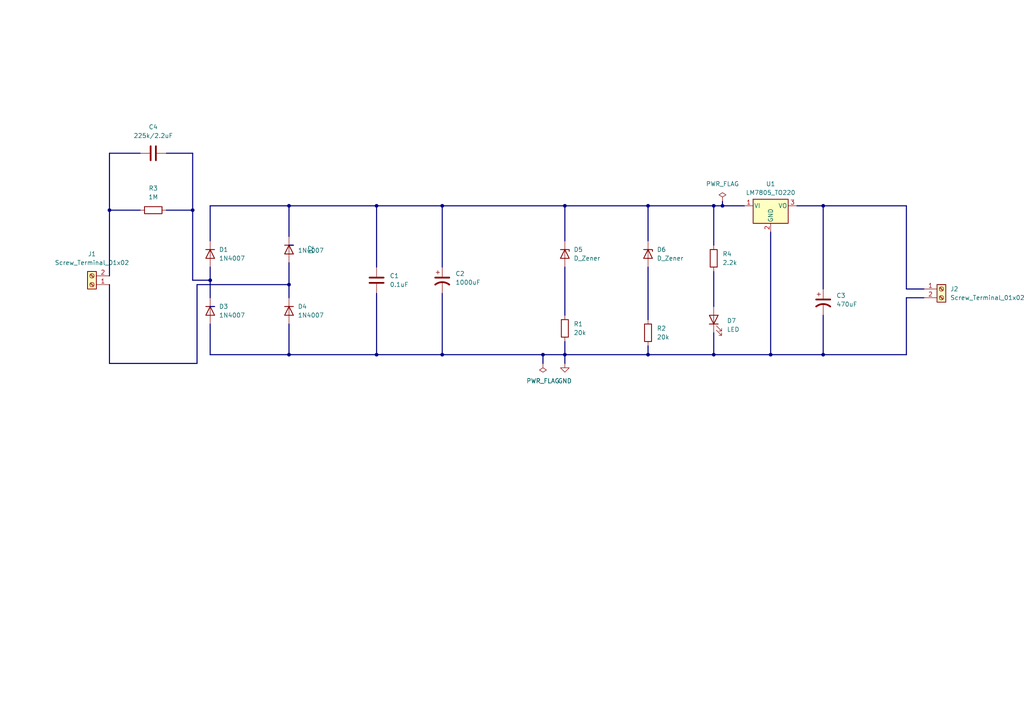
<source format=kicad_sch>
(kicad_sch
	(version 20250114)
	(generator "eeschema")
	(generator_version "9.0")
	(uuid "30d312e7-8476-4ab8-bb33-edbf73f3fe7c")
	(paper "A4")
	(title_block
		(title "Transformer power supply")
		(date "19-05-2025")
	)
	(lib_symbols
		(symbol "Connector:Screw_Terminal_01x02"
			(pin_names
				(offset 1.016)
				(hide yes)
			)
			(exclude_from_sim no)
			(in_bom yes)
			(on_board yes)
			(property "Reference" "J"
				(at 0 2.54 0)
				(effects
					(font
						(size 1.27 1.27)
					)
				)
			)
			(property "Value" "Screw_Terminal_01x02"
				(at 0 -5.08 0)
				(effects
					(font
						(size 1.27 1.27)
					)
				)
			)
			(property "Footprint" ""
				(at 0 0 0)
				(effects
					(font
						(size 1.27 1.27)
					)
					(hide yes)
				)
			)
			(property "Datasheet" "~"
				(at 0 0 0)
				(effects
					(font
						(size 1.27 1.27)
					)
					(hide yes)
				)
			)
			(property "Description" "Generic screw terminal, single row, 01x02, script generated (kicad-library-utils/schlib/autogen/connector/)"
				(at 0 0 0)
				(effects
					(font
						(size 1.27 1.27)
					)
					(hide yes)
				)
			)
			(property "ki_keywords" "screw terminal"
				(at 0 0 0)
				(effects
					(font
						(size 1.27 1.27)
					)
					(hide yes)
				)
			)
			(property "ki_fp_filters" "TerminalBlock*:*"
				(at 0 0 0)
				(effects
					(font
						(size 1.27 1.27)
					)
					(hide yes)
				)
			)
			(symbol "Screw_Terminal_01x02_1_1"
				(rectangle
					(start -1.27 1.27)
					(end 1.27 -3.81)
					(stroke
						(width 0.254)
						(type default)
					)
					(fill
						(type background)
					)
				)
				(polyline
					(pts
						(xy -0.5334 0.3302) (xy 0.3302 -0.508)
					)
					(stroke
						(width 0.1524)
						(type default)
					)
					(fill
						(type none)
					)
				)
				(polyline
					(pts
						(xy -0.5334 -2.2098) (xy 0.3302 -3.048)
					)
					(stroke
						(width 0.1524)
						(type default)
					)
					(fill
						(type none)
					)
				)
				(polyline
					(pts
						(xy -0.3556 0.508) (xy 0.508 -0.3302)
					)
					(stroke
						(width 0.1524)
						(type default)
					)
					(fill
						(type none)
					)
				)
				(polyline
					(pts
						(xy -0.3556 -2.032) (xy 0.508 -2.8702)
					)
					(stroke
						(width 0.1524)
						(type default)
					)
					(fill
						(type none)
					)
				)
				(circle
					(center 0 0)
					(radius 0.635)
					(stroke
						(width 0.1524)
						(type default)
					)
					(fill
						(type none)
					)
				)
				(circle
					(center 0 -2.54)
					(radius 0.635)
					(stroke
						(width 0.1524)
						(type default)
					)
					(fill
						(type none)
					)
				)
				(pin passive line
					(at -5.08 0 0)
					(length 3.81)
					(name "Pin_1"
						(effects
							(font
								(size 1.27 1.27)
							)
						)
					)
					(number "1"
						(effects
							(font
								(size 1.27 1.27)
							)
						)
					)
				)
				(pin passive line
					(at -5.08 -2.54 0)
					(length 3.81)
					(name "Pin_2"
						(effects
							(font
								(size 1.27 1.27)
							)
						)
					)
					(number "2"
						(effects
							(font
								(size 1.27 1.27)
							)
						)
					)
				)
			)
			(embedded_fonts no)
		)
		(symbol "Device:C"
			(pin_numbers
				(hide yes)
			)
			(pin_names
				(offset 0.254)
			)
			(exclude_from_sim no)
			(in_bom yes)
			(on_board yes)
			(property "Reference" "C"
				(at 0.635 2.54 0)
				(effects
					(font
						(size 1.27 1.27)
					)
					(justify left)
				)
			)
			(property "Value" "C"
				(at 0.635 -2.54 0)
				(effects
					(font
						(size 1.27 1.27)
					)
					(justify left)
				)
			)
			(property "Footprint" ""
				(at 0.9652 -3.81 0)
				(effects
					(font
						(size 1.27 1.27)
					)
					(hide yes)
				)
			)
			(property "Datasheet" "~"
				(at 0 0 0)
				(effects
					(font
						(size 1.27 1.27)
					)
					(hide yes)
				)
			)
			(property "Description" "Unpolarized capacitor"
				(at 0 0 0)
				(effects
					(font
						(size 1.27 1.27)
					)
					(hide yes)
				)
			)
			(property "ki_keywords" "cap capacitor"
				(at 0 0 0)
				(effects
					(font
						(size 1.27 1.27)
					)
					(hide yes)
				)
			)
			(property "ki_fp_filters" "C_*"
				(at 0 0 0)
				(effects
					(font
						(size 1.27 1.27)
					)
					(hide yes)
				)
			)
			(symbol "C_0_1"
				(polyline
					(pts
						(xy -2.032 0.762) (xy 2.032 0.762)
					)
					(stroke
						(width 0.508)
						(type default)
					)
					(fill
						(type none)
					)
				)
				(polyline
					(pts
						(xy -2.032 -0.762) (xy 2.032 -0.762)
					)
					(stroke
						(width 0.508)
						(type default)
					)
					(fill
						(type none)
					)
				)
			)
			(symbol "C_1_1"
				(pin passive line
					(at 0 3.81 270)
					(length 2.794)
					(name "~"
						(effects
							(font
								(size 1.27 1.27)
							)
						)
					)
					(number "1"
						(effects
							(font
								(size 1.27 1.27)
							)
						)
					)
				)
				(pin passive line
					(at 0 -3.81 90)
					(length 2.794)
					(name "~"
						(effects
							(font
								(size 1.27 1.27)
							)
						)
					)
					(number "2"
						(effects
							(font
								(size 1.27 1.27)
							)
						)
					)
				)
			)
			(embedded_fonts no)
		)
		(symbol "Device:C_Polarized_US"
			(pin_numbers
				(hide yes)
			)
			(pin_names
				(offset 0.254)
				(hide yes)
			)
			(exclude_from_sim no)
			(in_bom yes)
			(on_board yes)
			(property "Reference" "C"
				(at 0.635 2.54 0)
				(effects
					(font
						(size 1.27 1.27)
					)
					(justify left)
				)
			)
			(property "Value" "C_Polarized_US"
				(at 0.635 -2.54 0)
				(effects
					(font
						(size 1.27 1.27)
					)
					(justify left)
				)
			)
			(property "Footprint" ""
				(at 0 0 0)
				(effects
					(font
						(size 1.27 1.27)
					)
					(hide yes)
				)
			)
			(property "Datasheet" "~"
				(at 0 0 0)
				(effects
					(font
						(size 1.27 1.27)
					)
					(hide yes)
				)
			)
			(property "Description" "Polarized capacitor, US symbol"
				(at 0 0 0)
				(effects
					(font
						(size 1.27 1.27)
					)
					(hide yes)
				)
			)
			(property "ki_keywords" "cap capacitor"
				(at 0 0 0)
				(effects
					(font
						(size 1.27 1.27)
					)
					(hide yes)
				)
			)
			(property "ki_fp_filters" "CP_*"
				(at 0 0 0)
				(effects
					(font
						(size 1.27 1.27)
					)
					(hide yes)
				)
			)
			(symbol "C_Polarized_US_0_1"
				(polyline
					(pts
						(xy -2.032 0.762) (xy 2.032 0.762)
					)
					(stroke
						(width 0.508)
						(type default)
					)
					(fill
						(type none)
					)
				)
				(polyline
					(pts
						(xy -1.778 2.286) (xy -0.762 2.286)
					)
					(stroke
						(width 0)
						(type default)
					)
					(fill
						(type none)
					)
				)
				(polyline
					(pts
						(xy -1.27 1.778) (xy -1.27 2.794)
					)
					(stroke
						(width 0)
						(type default)
					)
					(fill
						(type none)
					)
				)
				(arc
					(start -2.032 -1.27)
					(mid 0 -0.5572)
					(end 2.032 -1.27)
					(stroke
						(width 0.508)
						(type default)
					)
					(fill
						(type none)
					)
				)
			)
			(symbol "C_Polarized_US_1_1"
				(pin passive line
					(at 0 3.81 270)
					(length 2.794)
					(name "~"
						(effects
							(font
								(size 1.27 1.27)
							)
						)
					)
					(number "1"
						(effects
							(font
								(size 1.27 1.27)
							)
						)
					)
				)
				(pin passive line
					(at 0 -3.81 90)
					(length 3.302)
					(name "~"
						(effects
							(font
								(size 1.27 1.27)
							)
						)
					)
					(number "2"
						(effects
							(font
								(size 1.27 1.27)
							)
						)
					)
				)
			)
			(embedded_fonts no)
		)
		(symbol "Device:D_Zener"
			(pin_numbers
				(hide yes)
			)
			(pin_names
				(offset 1.016)
				(hide yes)
			)
			(exclude_from_sim no)
			(in_bom yes)
			(on_board yes)
			(property "Reference" "D"
				(at 0 2.54 0)
				(effects
					(font
						(size 1.27 1.27)
					)
				)
			)
			(property "Value" "D_Zener"
				(at 0 -2.54 0)
				(effects
					(font
						(size 1.27 1.27)
					)
				)
			)
			(property "Footprint" ""
				(at 0 0 0)
				(effects
					(font
						(size 1.27 1.27)
					)
					(hide yes)
				)
			)
			(property "Datasheet" "~"
				(at 0 0 0)
				(effects
					(font
						(size 1.27 1.27)
					)
					(hide yes)
				)
			)
			(property "Description" "Zener diode"
				(at 0 0 0)
				(effects
					(font
						(size 1.27 1.27)
					)
					(hide yes)
				)
			)
			(property "ki_keywords" "diode"
				(at 0 0 0)
				(effects
					(font
						(size 1.27 1.27)
					)
					(hide yes)
				)
			)
			(property "ki_fp_filters" "TO-???* *_Diode_* *SingleDiode* D_*"
				(at 0 0 0)
				(effects
					(font
						(size 1.27 1.27)
					)
					(hide yes)
				)
			)
			(symbol "D_Zener_0_1"
				(polyline
					(pts
						(xy -1.27 -1.27) (xy -1.27 1.27) (xy -0.762 1.27)
					)
					(stroke
						(width 0.254)
						(type default)
					)
					(fill
						(type none)
					)
				)
				(polyline
					(pts
						(xy 1.27 0) (xy -1.27 0)
					)
					(stroke
						(width 0)
						(type default)
					)
					(fill
						(type none)
					)
				)
				(polyline
					(pts
						(xy 1.27 -1.27) (xy 1.27 1.27) (xy -1.27 0) (xy 1.27 -1.27)
					)
					(stroke
						(width 0.254)
						(type default)
					)
					(fill
						(type none)
					)
				)
			)
			(symbol "D_Zener_1_1"
				(pin passive line
					(at -3.81 0 0)
					(length 2.54)
					(name "K"
						(effects
							(font
								(size 1.27 1.27)
							)
						)
					)
					(number "1"
						(effects
							(font
								(size 1.27 1.27)
							)
						)
					)
				)
				(pin passive line
					(at 3.81 0 180)
					(length 2.54)
					(name "A"
						(effects
							(font
								(size 1.27 1.27)
							)
						)
					)
					(number "2"
						(effects
							(font
								(size 1.27 1.27)
							)
						)
					)
				)
			)
			(embedded_fonts no)
		)
		(symbol "Device:LED"
			(pin_numbers
				(hide yes)
			)
			(pin_names
				(offset 1.016)
				(hide yes)
			)
			(exclude_from_sim no)
			(in_bom yes)
			(on_board yes)
			(property "Reference" "D"
				(at 0 2.54 0)
				(effects
					(font
						(size 1.27 1.27)
					)
				)
			)
			(property "Value" "LED"
				(at 0 -2.54 0)
				(effects
					(font
						(size 1.27 1.27)
					)
				)
			)
			(property "Footprint" ""
				(at 0 0 0)
				(effects
					(font
						(size 1.27 1.27)
					)
					(hide yes)
				)
			)
			(property "Datasheet" "~"
				(at 0 0 0)
				(effects
					(font
						(size 1.27 1.27)
					)
					(hide yes)
				)
			)
			(property "Description" "Light emitting diode"
				(at 0 0 0)
				(effects
					(font
						(size 1.27 1.27)
					)
					(hide yes)
				)
			)
			(property "Sim.Pins" "1=K 2=A"
				(at 0 0 0)
				(effects
					(font
						(size 1.27 1.27)
					)
					(hide yes)
				)
			)
			(property "ki_keywords" "LED diode"
				(at 0 0 0)
				(effects
					(font
						(size 1.27 1.27)
					)
					(hide yes)
				)
			)
			(property "ki_fp_filters" "LED* LED_SMD:* LED_THT:*"
				(at 0 0 0)
				(effects
					(font
						(size 1.27 1.27)
					)
					(hide yes)
				)
			)
			(symbol "LED_0_1"
				(polyline
					(pts
						(xy -3.048 -0.762) (xy -4.572 -2.286) (xy -3.81 -2.286) (xy -4.572 -2.286) (xy -4.572 -1.524)
					)
					(stroke
						(width 0)
						(type default)
					)
					(fill
						(type none)
					)
				)
				(polyline
					(pts
						(xy -1.778 -0.762) (xy -3.302 -2.286) (xy -2.54 -2.286) (xy -3.302 -2.286) (xy -3.302 -1.524)
					)
					(stroke
						(width 0)
						(type default)
					)
					(fill
						(type none)
					)
				)
				(polyline
					(pts
						(xy -1.27 0) (xy 1.27 0)
					)
					(stroke
						(width 0)
						(type default)
					)
					(fill
						(type none)
					)
				)
				(polyline
					(pts
						(xy -1.27 -1.27) (xy -1.27 1.27)
					)
					(stroke
						(width 0.254)
						(type default)
					)
					(fill
						(type none)
					)
				)
				(polyline
					(pts
						(xy 1.27 -1.27) (xy 1.27 1.27) (xy -1.27 0) (xy 1.27 -1.27)
					)
					(stroke
						(width 0.254)
						(type default)
					)
					(fill
						(type none)
					)
				)
			)
			(symbol "LED_1_1"
				(pin passive line
					(at -3.81 0 0)
					(length 2.54)
					(name "K"
						(effects
							(font
								(size 1.27 1.27)
							)
						)
					)
					(number "1"
						(effects
							(font
								(size 1.27 1.27)
							)
						)
					)
				)
				(pin passive line
					(at 3.81 0 180)
					(length 2.54)
					(name "A"
						(effects
							(font
								(size 1.27 1.27)
							)
						)
					)
					(number "2"
						(effects
							(font
								(size 1.27 1.27)
							)
						)
					)
				)
			)
			(embedded_fonts no)
		)
		(symbol "Device:R"
			(pin_numbers
				(hide yes)
			)
			(pin_names
				(offset 0)
			)
			(exclude_from_sim no)
			(in_bom yes)
			(on_board yes)
			(property "Reference" "R"
				(at 2.032 0 90)
				(effects
					(font
						(size 1.27 1.27)
					)
				)
			)
			(property "Value" "R"
				(at 0 0 90)
				(effects
					(font
						(size 1.27 1.27)
					)
				)
			)
			(property "Footprint" ""
				(at -1.778 0 90)
				(effects
					(font
						(size 1.27 1.27)
					)
					(hide yes)
				)
			)
			(property "Datasheet" "~"
				(at 0 0 0)
				(effects
					(font
						(size 1.27 1.27)
					)
					(hide yes)
				)
			)
			(property "Description" "Resistor"
				(at 0 0 0)
				(effects
					(font
						(size 1.27 1.27)
					)
					(hide yes)
				)
			)
			(property "ki_keywords" "R res resistor"
				(at 0 0 0)
				(effects
					(font
						(size 1.27 1.27)
					)
					(hide yes)
				)
			)
			(property "ki_fp_filters" "R_*"
				(at 0 0 0)
				(effects
					(font
						(size 1.27 1.27)
					)
					(hide yes)
				)
			)
			(symbol "R_0_1"
				(rectangle
					(start -1.016 -2.54)
					(end 1.016 2.54)
					(stroke
						(width 0.254)
						(type default)
					)
					(fill
						(type none)
					)
				)
			)
			(symbol "R_1_1"
				(pin passive line
					(at 0 3.81 270)
					(length 1.27)
					(name "~"
						(effects
							(font
								(size 1.27 1.27)
							)
						)
					)
					(number "1"
						(effects
							(font
								(size 1.27 1.27)
							)
						)
					)
				)
				(pin passive line
					(at 0 -3.81 90)
					(length 1.27)
					(name "~"
						(effects
							(font
								(size 1.27 1.27)
							)
						)
					)
					(number "2"
						(effects
							(font
								(size 1.27 1.27)
							)
						)
					)
				)
			)
			(embedded_fonts no)
		)
		(symbol "Diode:1N4007"
			(pin_numbers
				(hide yes)
			)
			(pin_names
				(hide yes)
			)
			(exclude_from_sim no)
			(in_bom yes)
			(on_board yes)
			(property "Reference" "D"
				(at 0 2.54 0)
				(effects
					(font
						(size 1.27 1.27)
					)
				)
			)
			(property "Value" "1N4007"
				(at 0 -2.54 0)
				(effects
					(font
						(size 1.27 1.27)
					)
				)
			)
			(property "Footprint" "Diode_THT:D_DO-41_SOD81_P10.16mm_Horizontal"
				(at 0 -4.445 0)
				(effects
					(font
						(size 1.27 1.27)
					)
					(hide yes)
				)
			)
			(property "Datasheet" "http://www.vishay.com/docs/88503/1n4001.pdf"
				(at 0 0 0)
				(effects
					(font
						(size 1.27 1.27)
					)
					(hide yes)
				)
			)
			(property "Description" "1000V 1A General Purpose Rectifier Diode, DO-41"
				(at 0 0 0)
				(effects
					(font
						(size 1.27 1.27)
					)
					(hide yes)
				)
			)
			(property "Sim.Device" "D"
				(at 0 0 0)
				(effects
					(font
						(size 1.27 1.27)
					)
					(hide yes)
				)
			)
			(property "Sim.Pins" "1=K 2=A"
				(at 0 0 0)
				(effects
					(font
						(size 1.27 1.27)
					)
					(hide yes)
				)
			)
			(property "ki_keywords" "diode"
				(at 0 0 0)
				(effects
					(font
						(size 1.27 1.27)
					)
					(hide yes)
				)
			)
			(property "ki_fp_filters" "D*DO?41*"
				(at 0 0 0)
				(effects
					(font
						(size 1.27 1.27)
					)
					(hide yes)
				)
			)
			(symbol "1N4007_0_1"
				(polyline
					(pts
						(xy -1.27 1.27) (xy -1.27 -1.27)
					)
					(stroke
						(width 0.254)
						(type default)
					)
					(fill
						(type none)
					)
				)
				(polyline
					(pts
						(xy 1.27 1.27) (xy 1.27 -1.27) (xy -1.27 0) (xy 1.27 1.27)
					)
					(stroke
						(width 0.254)
						(type default)
					)
					(fill
						(type none)
					)
				)
				(polyline
					(pts
						(xy 1.27 0) (xy -1.27 0)
					)
					(stroke
						(width 0)
						(type default)
					)
					(fill
						(type none)
					)
				)
			)
			(symbol "1N4007_1_1"
				(pin passive line
					(at -3.81 0 0)
					(length 2.54)
					(name "K"
						(effects
							(font
								(size 1.27 1.27)
							)
						)
					)
					(number "1"
						(effects
							(font
								(size 1.27 1.27)
							)
						)
					)
				)
				(pin passive line
					(at 3.81 0 180)
					(length 2.54)
					(name "A"
						(effects
							(font
								(size 1.27 1.27)
							)
						)
					)
					(number "2"
						(effects
							(font
								(size 1.27 1.27)
							)
						)
					)
				)
			)
			(embedded_fonts no)
		)
		(symbol "Regulator_Linear:LM7805_TO220"
			(pin_names
				(offset 0.254)
			)
			(exclude_from_sim no)
			(in_bom yes)
			(on_board yes)
			(property "Reference" "U"
				(at -3.81 3.175 0)
				(effects
					(font
						(size 1.27 1.27)
					)
				)
			)
			(property "Value" "LM7805_TO220"
				(at 0 3.175 0)
				(effects
					(font
						(size 1.27 1.27)
					)
					(justify left)
				)
			)
			(property "Footprint" "Package_TO_SOT_THT:TO-220-3_Vertical"
				(at 0 5.715 0)
				(effects
					(font
						(size 1.27 1.27)
						(italic yes)
					)
					(hide yes)
				)
			)
			(property "Datasheet" "https://www.onsemi.cn/PowerSolutions/document/MC7800-D.PDF"
				(at 0 -1.27 0)
				(effects
					(font
						(size 1.27 1.27)
					)
					(hide yes)
				)
			)
			(property "Description" "Positive 1A 35V Linear Regulator, Fixed Output 5V, TO-220"
				(at 0 0 0)
				(effects
					(font
						(size 1.27 1.27)
					)
					(hide yes)
				)
			)
			(property "ki_keywords" "Voltage Regulator 1A Positive"
				(at 0 0 0)
				(effects
					(font
						(size 1.27 1.27)
					)
					(hide yes)
				)
			)
			(property "ki_fp_filters" "TO?220*"
				(at 0 0 0)
				(effects
					(font
						(size 1.27 1.27)
					)
					(hide yes)
				)
			)
			(symbol "LM7805_TO220_0_1"
				(rectangle
					(start -5.08 1.905)
					(end 5.08 -5.08)
					(stroke
						(width 0.254)
						(type default)
					)
					(fill
						(type background)
					)
				)
			)
			(symbol "LM7805_TO220_1_1"
				(pin power_in line
					(at -7.62 0 0)
					(length 2.54)
					(name "VI"
						(effects
							(font
								(size 1.27 1.27)
							)
						)
					)
					(number "1"
						(effects
							(font
								(size 1.27 1.27)
							)
						)
					)
				)
				(pin power_in line
					(at 0 -7.62 90)
					(length 2.54)
					(name "GND"
						(effects
							(font
								(size 1.27 1.27)
							)
						)
					)
					(number "2"
						(effects
							(font
								(size 1.27 1.27)
							)
						)
					)
				)
				(pin power_out line
					(at 7.62 0 180)
					(length 2.54)
					(name "VO"
						(effects
							(font
								(size 1.27 1.27)
							)
						)
					)
					(number "3"
						(effects
							(font
								(size 1.27 1.27)
							)
						)
					)
				)
			)
			(embedded_fonts no)
		)
		(symbol "power:GND"
			(power)
			(pin_numbers
				(hide yes)
			)
			(pin_names
				(offset 0)
				(hide yes)
			)
			(exclude_from_sim no)
			(in_bom yes)
			(on_board yes)
			(property "Reference" "#PWR"
				(at 0 -6.35 0)
				(effects
					(font
						(size 1.27 1.27)
					)
					(hide yes)
				)
			)
			(property "Value" "GND"
				(at 0 -3.81 0)
				(effects
					(font
						(size 1.27 1.27)
					)
				)
			)
			(property "Footprint" ""
				(at 0 0 0)
				(effects
					(font
						(size 1.27 1.27)
					)
					(hide yes)
				)
			)
			(property "Datasheet" ""
				(at 0 0 0)
				(effects
					(font
						(size 1.27 1.27)
					)
					(hide yes)
				)
			)
			(property "Description" "Power symbol creates a global label with name \"GND\" , ground"
				(at 0 0 0)
				(effects
					(font
						(size 1.27 1.27)
					)
					(hide yes)
				)
			)
			(property "ki_keywords" "global power"
				(at 0 0 0)
				(effects
					(font
						(size 1.27 1.27)
					)
					(hide yes)
				)
			)
			(symbol "GND_0_1"
				(polyline
					(pts
						(xy 0 0) (xy 0 -1.27) (xy 1.27 -1.27) (xy 0 -2.54) (xy -1.27 -1.27) (xy 0 -1.27)
					)
					(stroke
						(width 0)
						(type default)
					)
					(fill
						(type none)
					)
				)
			)
			(symbol "GND_1_1"
				(pin power_in line
					(at 0 0 270)
					(length 0)
					(name "~"
						(effects
							(font
								(size 1.27 1.27)
							)
						)
					)
					(number "1"
						(effects
							(font
								(size 1.27 1.27)
							)
						)
					)
				)
			)
			(embedded_fonts no)
		)
		(symbol "power:PWR_FLAG"
			(power)
			(pin_numbers
				(hide yes)
			)
			(pin_names
				(offset 0)
				(hide yes)
			)
			(exclude_from_sim no)
			(in_bom yes)
			(on_board yes)
			(property "Reference" "#FLG"
				(at 0 1.905 0)
				(effects
					(font
						(size 1.27 1.27)
					)
					(hide yes)
				)
			)
			(property "Value" "PWR_FLAG"
				(at 0 3.81 0)
				(effects
					(font
						(size 1.27 1.27)
					)
				)
			)
			(property "Footprint" ""
				(at 0 0 0)
				(effects
					(font
						(size 1.27 1.27)
					)
					(hide yes)
				)
			)
			(property "Datasheet" "~"
				(at 0 0 0)
				(effects
					(font
						(size 1.27 1.27)
					)
					(hide yes)
				)
			)
			(property "Description" "Special symbol for telling ERC where power comes from"
				(at 0 0 0)
				(effects
					(font
						(size 1.27 1.27)
					)
					(hide yes)
				)
			)
			(property "ki_keywords" "flag power"
				(at 0 0 0)
				(effects
					(font
						(size 1.27 1.27)
					)
					(hide yes)
				)
			)
			(symbol "PWR_FLAG_0_0"
				(pin power_out line
					(at 0 0 90)
					(length 0)
					(name "~"
						(effects
							(font
								(size 1.27 1.27)
							)
						)
					)
					(number "1"
						(effects
							(font
								(size 1.27 1.27)
							)
						)
					)
				)
			)
			(symbol "PWR_FLAG_0_1"
				(polyline
					(pts
						(xy 0 0) (xy 0 1.27) (xy -1.016 1.905) (xy 0 2.54) (xy 1.016 1.905) (xy 0 1.27)
					)
					(stroke
						(width 0)
						(type default)
					)
					(fill
						(type none)
					)
				)
			)
			(embedded_fonts no)
		)
	)
	(junction
		(at 163.83 102.87)
		(diameter 0)
		(color 0 0 0 0)
		(uuid "0709e1c8-4beb-466b-9e34-6e512086fff7")
	)
	(junction
		(at 128.27 59.69)
		(diameter 0)
		(color 0 0 0 0)
		(uuid "0df62e5b-678b-4a08-8675-72c8b9426ff5")
	)
	(junction
		(at 60.96 81.28)
		(diameter 0)
		(color 0 0 0 0)
		(uuid "19e49a6b-cda4-4e87-a10c-95134ce51d2c")
	)
	(junction
		(at 187.96 102.87)
		(diameter 0)
		(color 0 0 0 0)
		(uuid "2af56230-4d83-46b8-868d-10b4ed880976")
	)
	(junction
		(at 187.96 59.69)
		(diameter 0)
		(color 0 0 0 0)
		(uuid "32b2e05a-0a29-4436-b915-ca3d58c8ebc0")
	)
	(junction
		(at 163.83 59.69)
		(diameter 0)
		(color 0 0 0 0)
		(uuid "38c0fdcc-8742-4f79-b70b-f7d349b4f172")
	)
	(junction
		(at 83.82 59.69)
		(diameter 0)
		(color 0 0 0 0)
		(uuid "3adc3411-49ec-47ae-84d3-18d89a6ecd3d")
	)
	(junction
		(at 83.82 102.87)
		(diameter 0)
		(color 0 0 0 0)
		(uuid "483780df-b56b-4db8-916d-8fa6145042c1")
	)
	(junction
		(at 157.48 102.87)
		(diameter 0)
		(color 0 0 0 0)
		(uuid "4aaf67ff-6c52-4f00-8260-37b3152990d9")
	)
	(junction
		(at 209.55 59.69)
		(diameter 0)
		(color 0 0 0 0)
		(uuid "4d9332b9-3057-4c74-89c2-51a6af1f4517")
	)
	(junction
		(at 238.76 102.87)
		(diameter 0)
		(color 0 0 0 0)
		(uuid "589ad0c1-d7b2-4653-a36e-daba14ec265f")
	)
	(junction
		(at 223.52 102.87)
		(diameter 0)
		(color 0 0 0 0)
		(uuid "748b7dde-621b-4867-9a8f-3294e63e6720")
	)
	(junction
		(at 109.22 59.69)
		(diameter 0)
		(color 0 0 0 0)
		(uuid "8a0c99d0-04d2-41cd-ad8b-381a0c047ef3")
	)
	(junction
		(at 83.82 82.55)
		(diameter 0)
		(color 0 0 0 0)
		(uuid "8c22ca57-04a8-4509-8250-32afcdf5c1ac")
	)
	(junction
		(at 31.75 60.96)
		(diameter 0)
		(color 0 0 0 0)
		(uuid "8dd9ac5d-daca-47c5-9e0e-965e671a296c")
	)
	(junction
		(at 55.88 60.96)
		(diameter 0)
		(color 0 0 0 0)
		(uuid "9d19ecd0-9f51-43bf-bb6f-d0184053bd9c")
	)
	(junction
		(at 207.01 59.69)
		(diameter 0)
		(color 0 0 0 0)
		(uuid "a385a9bd-b705-4ce1-8f5e-0a947ce556ee")
	)
	(junction
		(at 128.27 102.87)
		(diameter 0)
		(color 0 0 0 0)
		(uuid "c2f840d3-8b6a-4dcd-8d61-dacd4bd35679")
	)
	(junction
		(at 207.01 102.87)
		(diameter 0)
		(color 0 0 0 0)
		(uuid "dab2ab28-0d21-4c59-867d-50bb63f884fe")
	)
	(junction
		(at 238.76 59.69)
		(diameter 0)
		(color 0 0 0 0)
		(uuid "f045ffd5-8439-4622-a81d-109c4a0494ea")
	)
	(junction
		(at 109.22 102.87)
		(diameter 0)
		(color 0 0 0 0)
		(uuid "f4938f40-96d7-4bb3-8957-ecf25b1653d8")
	)
	(bus
		(pts
			(xy 83.82 102.87) (xy 109.22 102.87)
		)
		(stroke
			(width 0)
			(type default)
		)
		(uuid "002d3bc3-7820-4ac3-96a3-585709ea5dbe")
	)
	(bus
		(pts
			(xy 109.22 102.87) (xy 128.27 102.87)
		)
		(stroke
			(width 0)
			(type default)
		)
		(uuid "01ed5573-8d3a-43fd-8753-b81eca01a14a")
	)
	(bus
		(pts
			(xy 60.96 102.87) (xy 83.82 102.87)
		)
		(stroke
			(width 0)
			(type default)
		)
		(uuid "05fcfb54-dbc5-4b30-ac49-60ffdaccbf3c")
	)
	(bus
		(pts
			(xy 109.22 85.09) (xy 109.22 102.87)
		)
		(stroke
			(width 0)
			(type default)
		)
		(uuid "0c303c44-8d7a-421a-945e-287e0702333d")
	)
	(bus
		(pts
			(xy 60.96 59.69) (xy 83.82 59.69)
		)
		(stroke
			(width 0)
			(type default)
		)
		(uuid "15a4acdb-670d-4c71-bc10-50394e78a725")
	)
	(bus
		(pts
			(xy 48.26 60.96) (xy 55.88 60.96)
		)
		(stroke
			(width 0)
			(type default)
		)
		(uuid "15f0e9d0-a66c-4c7a-8dd4-93df65d54786")
	)
	(bus
		(pts
			(xy 60.96 88.9) (xy 62.23 88.9)
		)
		(stroke
			(width 0)
			(type default)
		)
		(uuid "19e2cd88-c50d-4f0e-8637-b2f4554af8ea")
	)
	(bus
		(pts
			(xy 262.89 59.69) (xy 262.89 83.82)
		)
		(stroke
			(width 0)
			(type default)
		)
		(uuid "1f5bb13a-3043-4b8c-bd5d-eef5d41d8f89")
	)
	(bus
		(pts
			(xy 209.55 59.69) (xy 215.9 59.69)
		)
		(stroke
			(width 0)
			(type default)
		)
		(uuid "22d1f0a7-a0ca-4e8f-8fb6-ed423beda703")
	)
	(bus
		(pts
			(xy 231.14 59.69) (xy 238.76 59.69)
		)
		(stroke
			(width 0)
			(type default)
		)
		(uuid "23249717-c9ee-448a-a361-0481602c1d77")
	)
	(bus
		(pts
			(xy 207.01 96.52) (xy 207.01 102.87)
		)
		(stroke
			(width 0)
			(type default)
		)
		(uuid "24e3e73f-3a8c-4874-9cfb-6acb8344901d")
	)
	(bus
		(pts
			(xy 31.75 80.01) (xy 31.75 60.96)
		)
		(stroke
			(width 0)
			(type default)
		)
		(uuid "2a31fdd5-420d-4bdc-ae0d-d82073d12063")
	)
	(bus
		(pts
			(xy 238.76 91.44) (xy 238.76 102.87)
		)
		(stroke
			(width 0)
			(type default)
		)
		(uuid "2a5eb99c-ddba-4446-a28e-0d4bda8907d8")
	)
	(bus
		(pts
			(xy 128.27 59.69) (xy 163.83 59.69)
		)
		(stroke
			(width 0)
			(type default)
		)
		(uuid "2a5fcd50-c1ef-4e98-b864-6b940a104e14")
	)
	(bus
		(pts
			(xy 187.96 59.69) (xy 207.01 59.69)
		)
		(stroke
			(width 0)
			(type default)
		)
		(uuid "2f5cd113-0ecf-41ae-baa0-17b0aaf49db6")
	)
	(bus
		(pts
			(xy 109.22 59.69) (xy 128.27 59.69)
		)
		(stroke
			(width 0)
			(type default)
		)
		(uuid "31121c7d-bbe5-42e5-935d-d916a7ddc57b")
	)
	(bus
		(pts
			(xy 207.01 71.12) (xy 207.01 59.69)
		)
		(stroke
			(width 0)
			(type default)
		)
		(uuid "327ca940-748c-4278-8e94-82b82671f630")
	)
	(bus
		(pts
			(xy 207.01 59.69) (xy 209.55 59.69)
		)
		(stroke
			(width 0)
			(type default)
		)
		(uuid "32a75e84-999c-4ec8-bcb3-1b98e133cb41")
	)
	(bus
		(pts
			(xy 109.22 59.69) (xy 109.22 77.47)
		)
		(stroke
			(width 0)
			(type default)
		)
		(uuid "398077f3-35f9-4cf7-a717-1ac227f9edcd")
	)
	(bus
		(pts
			(xy 60.96 93.98) (xy 60.96 102.87)
		)
		(stroke
			(width 0)
			(type default)
		)
		(uuid "3a157692-5337-4142-ac87-d6b150b39954")
	)
	(bus
		(pts
			(xy 128.27 85.09) (xy 128.27 102.87)
		)
		(stroke
			(width 0)
			(type default)
		)
		(uuid "3a174c00-7d93-47ca-9e8f-670c90dd7d4f")
	)
	(bus
		(pts
			(xy 83.82 71.12) (xy 85.09 71.12)
		)
		(stroke
			(width 0)
			(type default)
		)
		(uuid "3ec71f2a-8ff9-4733-a240-9a40d713db95")
	)
	(bus
		(pts
			(xy 187.96 100.33) (xy 187.96 102.87)
		)
		(stroke
			(width 0)
			(type default)
		)
		(uuid "436dad6e-2996-4a36-a8a0-e6922e7e2c4a")
	)
	(bus
		(pts
			(xy 60.96 81.28) (xy 60.96 86.36)
		)
		(stroke
			(width 0)
			(type default)
		)
		(uuid "4412bd5b-52de-4c81-974a-8c28947459a6")
	)
	(bus
		(pts
			(xy 209.55 58.42) (xy 209.55 59.69)
		)
		(stroke
			(width 0)
			(type default)
		)
		(uuid "47de336a-df94-46c5-a963-d36d03ab4f18")
	)
	(bus
		(pts
			(xy 262.89 86.36) (xy 262.89 102.87)
		)
		(stroke
			(width 0)
			(type default)
		)
		(uuid "4a8a613c-413c-4d0a-ac1e-8a86551355c1")
	)
	(bus
		(pts
			(xy 31.75 44.45) (xy 40.64 44.45)
		)
		(stroke
			(width 0)
			(type default)
		)
		(uuid "4dde8125-784d-4a49-b045-7cd33cd7a944")
	)
	(bus
		(pts
			(xy 187.96 59.69) (xy 187.96 69.85)
		)
		(stroke
			(width 0)
			(type default)
		)
		(uuid "58fc0a60-3a57-4d5a-ba68-6e352b60ef3e")
	)
	(bus
		(pts
			(xy 163.83 105.41) (xy 163.83 102.87)
		)
		(stroke
			(width 0)
			(type default)
		)
		(uuid "6148c6d9-7a7e-4ff3-bd71-a13f35fdd61e")
	)
	(bus
		(pts
			(xy 163.83 77.47) (xy 163.83 91.44)
		)
		(stroke
			(width 0)
			(type default)
		)
		(uuid "68207e50-f66c-476b-a750-d0f70bf09dbb")
	)
	(bus
		(pts
			(xy 60.96 77.47) (xy 60.96 81.28)
		)
		(stroke
			(width 0)
			(type default)
		)
		(uuid "6be4562a-c90f-40bd-9237-54bff19494b4")
	)
	(bus
		(pts
			(xy 55.88 81.28) (xy 60.96 81.28)
		)
		(stroke
			(width 0)
			(type default)
		)
		(uuid "6c421870-50ae-4963-b621-49ac72d0c78e")
	)
	(bus
		(pts
			(xy 83.82 76.2) (xy 83.82 82.55)
		)
		(stroke
			(width 0)
			(type default)
		)
		(uuid "6db7224f-43c4-415f-81d3-911ee78b8d3a")
	)
	(bus
		(pts
			(xy 163.83 69.85) (xy 163.83 59.69)
		)
		(stroke
			(width 0)
			(type default)
		)
		(uuid "72a62ce4-be20-4f33-98e9-97f688b91c8d")
	)
	(bus
		(pts
			(xy 223.52 102.87) (xy 238.76 102.87)
		)
		(stroke
			(width 0)
			(type default)
		)
		(uuid "74777679-0f62-4149-806b-d8b8a3944f71")
	)
	(bus
		(pts
			(xy 238.76 102.87) (xy 262.89 102.87)
		)
		(stroke
			(width 0)
			(type default)
		)
		(uuid "770fcdb6-2504-49a5-b3f0-bf94ddbf5120")
	)
	(bus
		(pts
			(xy 60.96 69.85) (xy 60.96 59.69)
		)
		(stroke
			(width 0)
			(type default)
		)
		(uuid "7d62591e-aeb3-44ea-ae0a-0804137ad333")
	)
	(bus
		(pts
			(xy 48.26 44.45) (xy 55.88 44.45)
		)
		(stroke
			(width 0)
			(type default)
		)
		(uuid "8248e5f2-6380-4ff2-884c-5e060dfbe5a6")
	)
	(bus
		(pts
			(xy 207.01 102.87) (xy 223.52 102.87)
		)
		(stroke
			(width 0)
			(type default)
		)
		(uuid "851b32c9-5410-4391-b55b-3c4b310a76be")
	)
	(bus
		(pts
			(xy 57.15 105.41) (xy 57.15 82.55)
		)
		(stroke
			(width 0)
			(type default)
		)
		(uuid "87c95169-b44a-4cc2-ac50-355bdac53767")
	)
	(bus
		(pts
			(xy 83.82 82.55) (xy 83.82 86.36)
		)
		(stroke
			(width 0)
			(type default)
		)
		(uuid "8d63acd6-9cec-41e1-83ab-fa0d929feb6c")
	)
	(bus
		(pts
			(xy 157.48 102.87) (xy 157.48 105.41)
		)
		(stroke
			(width 0)
			(type default)
		)
		(uuid "8f0ee05e-bc93-4f67-a08c-0649cee34d03")
	)
	(bus
		(pts
			(xy 163.83 59.69) (xy 187.96 59.69)
		)
		(stroke
			(width 0)
			(type default)
		)
		(uuid "915ee540-4823-47e3-8a61-56e3e7322cae")
	)
	(bus
		(pts
			(xy 187.96 102.87) (xy 207.01 102.87)
		)
		(stroke
			(width 0)
			(type default)
		)
		(uuid "9360ab7c-31f5-4f27-953c-b51e9175290f")
	)
	(bus
		(pts
			(xy 83.82 59.69) (xy 83.82 68.58)
		)
		(stroke
			(width 0)
			(type default)
		)
		(uuid "992e8f71-78ed-4f5e-8058-717867752465")
	)
	(bus
		(pts
			(xy 31.75 105.41) (xy 57.15 105.41)
		)
		(stroke
			(width 0)
			(type default)
		)
		(uuid "99b4ed30-bbcd-4766-9279-259331cd7a34")
	)
	(bus
		(pts
			(xy 163.83 102.87) (xy 187.96 102.87)
		)
		(stroke
			(width 0)
			(type default)
		)
		(uuid "99f8306c-7481-4be9-b44a-322ddd6e73bd")
	)
	(bus
		(pts
			(xy 262.89 83.82) (xy 267.97 83.82)
		)
		(stroke
			(width 0)
			(type default)
		)
		(uuid "9d643c49-62d3-496b-9afb-b03b214bdd22")
	)
	(bus
		(pts
			(xy 207.01 78.74) (xy 207.01 88.9)
		)
		(stroke
			(width 0)
			(type default)
		)
		(uuid "9facaca0-e9af-4e80-9dee-50ef7b13fdf0")
	)
	(bus
		(pts
			(xy 83.82 59.69) (xy 109.22 59.69)
		)
		(stroke
			(width 0)
			(type default)
		)
		(uuid "a9927785-72c8-4d74-a83f-5245ba25b444")
	)
	(bus
		(pts
			(xy 267.97 86.36) (xy 262.89 86.36)
		)
		(stroke
			(width 0)
			(type default)
		)
		(uuid "ae0b6d0e-77c5-44a4-96a9-a144ccd3947d")
	)
	(bus
		(pts
			(xy 187.96 77.47) (xy 187.96 92.71)
		)
		(stroke
			(width 0)
			(type default)
		)
		(uuid "b12a635c-0401-403b-baff-d8969576ba51")
	)
	(bus
		(pts
			(xy 238.76 59.69) (xy 262.89 59.69)
		)
		(stroke
			(width 0)
			(type default)
		)
		(uuid "b6daa23c-e201-42eb-943d-5dbbd2e5765b")
	)
	(bus
		(pts
			(xy 55.88 60.96) (xy 55.88 81.28)
		)
		(stroke
			(width 0)
			(type default)
		)
		(uuid "b8a15b7b-f9ac-48d4-80ad-cc71542c6fae")
	)
	(bus
		(pts
			(xy 128.27 102.87) (xy 157.48 102.87)
		)
		(stroke
			(width 0)
			(type default)
		)
		(uuid "c86f5e5f-ce7d-4c34-b671-36f2dd3bc3cc")
	)
	(bus
		(pts
			(xy 163.83 99.06) (xy 163.83 102.87)
		)
		(stroke
			(width 0)
			(type default)
		)
		(uuid "cb419264-ab57-4783-893c-b9b8d674367c")
	)
	(bus
		(pts
			(xy 57.15 82.55) (xy 83.82 82.55)
		)
		(stroke
			(width 0)
			(type default)
		)
		(uuid "d03bd272-0639-4dce-89f1-7fe832c4dae2")
	)
	(bus
		(pts
			(xy 157.48 102.87) (xy 163.83 102.87)
		)
		(stroke
			(width 0)
			(type default)
		)
		(uuid "df08aac5-2bf6-43d7-a2b1-7967eeda7e62")
	)
	(bus
		(pts
			(xy 31.75 60.96) (xy 40.64 60.96)
		)
		(stroke
			(width 0)
			(type default)
		)
		(uuid "e05230b4-b8b7-4a3b-aff8-f207d0077bc7")
	)
	(bus
		(pts
			(xy 128.27 59.69) (xy 128.27 77.47)
		)
		(stroke
			(width 0)
			(type default)
		)
		(uuid "e127d476-30bc-4051-90ef-3b34405d899d")
	)
	(bus
		(pts
			(xy 223.52 67.31) (xy 223.52 102.87)
		)
		(stroke
			(width 0)
			(type default)
		)
		(uuid "e3992c37-f6ed-4abc-a1f3-f620b945d537")
	)
	(bus
		(pts
			(xy 31.75 60.96) (xy 31.75 44.45)
		)
		(stroke
			(width 0)
			(type default)
		)
		(uuid "e6c6aa1e-5d37-44c0-83cc-2efb2c7f2f35")
	)
	(bus
		(pts
			(xy 55.88 44.45) (xy 55.88 60.96)
		)
		(stroke
			(width 0)
			(type default)
		)
		(uuid "ec4892be-1d38-42de-85ef-d55db4e92440")
	)
	(bus
		(pts
			(xy 31.75 82.55) (xy 31.75 105.41)
		)
		(stroke
			(width 0)
			(type default)
		)
		(uuid "f68a8520-27df-4dd9-a032-0f7427e7dfc4")
	)
	(bus
		(pts
			(xy 83.82 93.98) (xy 83.82 102.87)
		)
		(stroke
			(width 0)
			(type default)
		)
		(uuid "f8d8cba7-3ae7-4c88-87b7-0fce40132d49")
	)
	(bus
		(pts
			(xy 238.76 59.69) (xy 238.76 83.82)
		)
		(stroke
			(width 0)
			(type default)
		)
		(uuid "f91908dd-036b-427d-b737-d327220c2f23")
	)
	(symbol
		(lib_id "Device:R")
		(at 207.01 74.93 0)
		(unit 1)
		(exclude_from_sim no)
		(in_bom yes)
		(on_board yes)
		(dnp no)
		(fields_autoplaced yes)
		(uuid "1e4447a8-40eb-4b02-bd85-52336b5de200")
		(property "Reference" "R4"
			(at 209.55 73.6599 0)
			(effects
				(font
					(size 1.27 1.27)
				)
				(justify left)
			)
		)
		(property "Value" "2.2k"
			(at 209.55 76.1999 0)
			(effects
				(font
					(size 1.27 1.27)
				)
				(justify left)
			)
		)
		(property "Footprint" "Resistor_THT:R_Axial_DIN0207_L6.3mm_D2.5mm_P7.62mm_Horizontal"
			(at 205.232 74.93 90)
			(effects
				(font
					(size 1.27 1.27)
				)
				(hide yes)
			)
		)
		(property "Datasheet" "~"
			(at 207.01 74.93 0)
			(effects
				(font
					(size 1.27 1.27)
				)
				(hide yes)
			)
		)
		(property "Description" "Resistor"
			(at 207.01 74.93 0)
			(effects
				(font
					(size 1.27 1.27)
				)
				(hide yes)
			)
		)
		(pin "2"
			(uuid "36297728-f5dc-4434-a5c2-d313473382a2")
		)
		(pin "1"
			(uuid "c015405d-b12e-468a-8a02-3066db718da9")
		)
		(instances
			(project "Transformerless power supply"
				(path "/30d312e7-8476-4ab8-bb33-edbf73f3fe7c"
					(reference "R4")
					(unit 1)
				)
			)
		)
	)
	(symbol
		(lib_id "power:PWR_FLAG")
		(at 209.55 58.42 0)
		(unit 1)
		(exclude_from_sim no)
		(in_bom yes)
		(on_board yes)
		(dnp no)
		(fields_autoplaced yes)
		(uuid "285e5691-3084-4bc0-959b-4c36435129a1")
		(property "Reference" "#FLG01"
			(at 209.55 56.515 0)
			(effects
				(font
					(size 1.27 1.27)
				)
				(hide yes)
			)
		)
		(property "Value" "PWR_FLAG"
			(at 209.55 53.34 0)
			(effects
				(font
					(size 1.27 1.27)
				)
			)
		)
		(property "Footprint" ""
			(at 209.55 58.42 0)
			(effects
				(font
					(size 1.27 1.27)
				)
				(hide yes)
			)
		)
		(property "Datasheet" "~"
			(at 209.55 58.42 0)
			(effects
				(font
					(size 1.27 1.27)
				)
				(hide yes)
			)
		)
		(property "Description" "Special symbol for telling ERC where power comes from"
			(at 209.55 58.42 0)
			(effects
				(font
					(size 1.27 1.27)
				)
				(hide yes)
			)
		)
		(pin "1"
			(uuid "92286c82-7006-472f-9c77-73db7b1a69fe")
		)
		(instances
			(project ""
				(path "/30d312e7-8476-4ab8-bb33-edbf73f3fe7c"
					(reference "#FLG01")
					(unit 1)
				)
			)
		)
	)
	(symbol
		(lib_id "Diode:1N4007")
		(at 83.82 72.39 270)
		(unit 1)
		(exclude_from_sim no)
		(in_bom yes)
		(on_board yes)
		(dnp no)
		(uuid "4164d497-0938-4a76-9f99-69aef281bc03")
		(property "Reference" "D2"
			(at 90.17 72.39 0)
			(effects
				(font
					(size 1.27 1.27)
				)
			)
		)
		(property "Value" "1N4007"
			(at 90.17 72.644 90)
			(effects
				(font
					(size 1.27 1.27)
				)
			)
		)
		(property "Footprint" "Diode_THT:D_DO-41_SOD81_P10.16mm_Horizontal"
			(at 79.375 72.39 0)
			(effects
				(font
					(size 1.27 1.27)
				)
				(hide yes)
			)
		)
		(property "Datasheet" "http://www.vishay.com/docs/88503/1n4001.pdf"
			(at 83.82 72.39 0)
			(effects
				(font
					(size 1.27 1.27)
				)
				(hide yes)
			)
		)
		(property "Description" "1000V 1A General Purpose Rectifier Diode, DO-41"
			(at 83.82 72.39 0)
			(effects
				(font
					(size 1.27 1.27)
				)
				(hide yes)
			)
		)
		(property "Sim.Device" "D"
			(at 83.82 72.39 0)
			(effects
				(font
					(size 1.27 1.27)
				)
				(hide yes)
			)
		)
		(property "Sim.Pins" "1=K 2=A"
			(at 83.82 72.39 0)
			(effects
				(font
					(size 1.27 1.27)
				)
				(hide yes)
			)
		)
		(pin "2"
			(uuid "45006157-7c36-452a-be91-285e293d8736")
		)
		(pin "1"
			(uuid "30bc0350-aceb-46f6-ba1b-36b7c6a390f4")
		)
		(instances
			(project "Transformerless power supply"
				(path "/30d312e7-8476-4ab8-bb33-edbf73f3fe7c"
					(reference "D2")
					(unit 1)
				)
			)
		)
	)
	(symbol
		(lib_id "Device:R")
		(at 187.96 96.52 0)
		(unit 1)
		(exclude_from_sim no)
		(in_bom yes)
		(on_board yes)
		(dnp no)
		(fields_autoplaced yes)
		(uuid "4660bee0-4a33-4a6b-a0f3-c77240084374")
		(property "Reference" "R2"
			(at 190.5 95.2499 0)
			(effects
				(font
					(size 1.27 1.27)
				)
				(justify left)
			)
		)
		(property "Value" "20k"
			(at 190.5 97.7899 0)
			(effects
				(font
					(size 1.27 1.27)
				)
				(justify left)
			)
		)
		(property "Footprint" "Resistor_THT:R_Axial_DIN0207_L6.3mm_D2.5mm_P7.62mm_Horizontal"
			(at 186.182 96.52 90)
			(effects
				(font
					(size 1.27 1.27)
				)
				(hide yes)
			)
		)
		(property "Datasheet" "~"
			(at 187.96 96.52 0)
			(effects
				(font
					(size 1.27 1.27)
				)
				(hide yes)
			)
		)
		(property "Description" "Resistor"
			(at 187.96 96.52 0)
			(effects
				(font
					(size 1.27 1.27)
				)
				(hide yes)
			)
		)
		(pin "2"
			(uuid "b6dc5388-9c5a-40f3-a164-68a190aa9196")
		)
		(pin "1"
			(uuid "30ba2ded-290e-4e87-a7fd-2811cfb5f1b6")
		)
		(instances
			(project ""
				(path "/30d312e7-8476-4ab8-bb33-edbf73f3fe7c"
					(reference "R2")
					(unit 1)
				)
			)
		)
	)
	(symbol
		(lib_id "Device:R")
		(at 163.83 95.25 0)
		(unit 1)
		(exclude_from_sim no)
		(in_bom yes)
		(on_board yes)
		(dnp no)
		(fields_autoplaced yes)
		(uuid "4a1997c3-f5da-4406-968f-e284d03e5cdf")
		(property "Reference" "R1"
			(at 166.37 93.9799 0)
			(effects
				(font
					(size 1.27 1.27)
				)
				(justify left)
			)
		)
		(property "Value" "20k"
			(at 166.37 96.5199 0)
			(effects
				(font
					(size 1.27 1.27)
				)
				(justify left)
			)
		)
		(property "Footprint" "Resistor_THT:R_Axial_DIN0207_L6.3mm_D2.5mm_P7.62mm_Horizontal"
			(at 162.052 95.25 90)
			(effects
				(font
					(size 1.27 1.27)
				)
				(hide yes)
			)
		)
		(property "Datasheet" "~"
			(at 163.83 95.25 0)
			(effects
				(font
					(size 1.27 1.27)
				)
				(hide yes)
			)
		)
		(property "Description" "Resistor"
			(at 163.83 95.25 0)
			(effects
				(font
					(size 1.27 1.27)
				)
				(hide yes)
			)
		)
		(pin "2"
			(uuid "03aabd02-9a46-49bf-b85f-b148ae695f2a")
		)
		(pin "1"
			(uuid "960140b4-0250-4895-b28f-aa7e76b678ea")
		)
		(instances
			(project ""
				(path "/30d312e7-8476-4ab8-bb33-edbf73f3fe7c"
					(reference "R1")
					(unit 1)
				)
			)
		)
	)
	(symbol
		(lib_id "Regulator_Linear:LM7805_TO220")
		(at 223.52 59.69 0)
		(unit 1)
		(exclude_from_sim no)
		(in_bom yes)
		(on_board yes)
		(dnp no)
		(fields_autoplaced yes)
		(uuid "5957f854-b6dd-498b-a010-77c490ded6a1")
		(property "Reference" "U1"
			(at 223.52 53.34 0)
			(effects
				(font
					(size 1.27 1.27)
				)
			)
		)
		(property "Value" "LM7805_TO220"
			(at 223.52 55.88 0)
			(effects
				(font
					(size 1.27 1.27)
				)
			)
		)
		(property "Footprint" "Package_TO_SOT_THT:TO-220-3_Vertical"
			(at 223.52 53.975 0)
			(effects
				(font
					(size 1.27 1.27)
					(italic yes)
				)
				(hide yes)
			)
		)
		(property "Datasheet" "https://www.onsemi.cn/PowerSolutions/document/MC7800-D.PDF"
			(at 223.52 60.96 0)
			(effects
				(font
					(size 1.27 1.27)
				)
				(hide yes)
			)
		)
		(property "Description" "Positive 1A 35V Linear Regulator, Fixed Output 5V, TO-220"
			(at 223.52 59.69 0)
			(effects
				(font
					(size 1.27 1.27)
				)
				(hide yes)
			)
		)
		(pin "1"
			(uuid "ea399ea9-e0d6-42d8-bf29-f96adc7973cd")
		)
		(pin "2"
			(uuid "d70ca0a2-0232-4417-9ba1-6d97e4d9d463")
		)
		(pin "3"
			(uuid "94b73249-47fa-49a3-adb4-542fd8963c67")
		)
		(instances
			(project ""
				(path "/30d312e7-8476-4ab8-bb33-edbf73f3fe7c"
					(reference "U1")
					(unit 1)
				)
			)
		)
	)
	(symbol
		(lib_id "Connector:Screw_Terminal_01x02")
		(at 26.67 82.55 180)
		(unit 1)
		(exclude_from_sim no)
		(in_bom yes)
		(on_board yes)
		(dnp no)
		(fields_autoplaced yes)
		(uuid "6b85c81c-d2d4-42f4-9bb4-bfcb4afe913f")
		(property "Reference" "J1"
			(at 26.67 73.66 0)
			(effects
				(font
					(size 1.27 1.27)
				)
			)
		)
		(property "Value" "Screw_Terminal_01x02"
			(at 26.67 76.2 0)
			(effects
				(font
					(size 1.27 1.27)
				)
			)
		)
		(property "Footprint" "TerminalBlock:TerminalBlock_Wuerth_691311400102_P7.62mm"
			(at 26.67 82.55 0)
			(effects
				(font
					(size 1.27 1.27)
				)
				(hide yes)
			)
		)
		(property "Datasheet" "~"
			(at 26.67 82.55 0)
			(effects
				(font
					(size 1.27 1.27)
				)
				(hide yes)
			)
		)
		(property "Description" "Generic screw terminal, single row, 01x02, script generated (kicad-library-utils/schlib/autogen/connector/)"
			(at 26.67 82.55 0)
			(effects
				(font
					(size 1.27 1.27)
				)
				(hide yes)
			)
		)
		(pin "1"
			(uuid "4fc1c7bb-16f3-4f79-be1d-c5666cbbc6ed")
		)
		(pin "2"
			(uuid "5408356e-e29b-443e-848e-31f9b19ba113")
		)
		(instances
			(project ""
				(path "/30d312e7-8476-4ab8-bb33-edbf73f3fe7c"
					(reference "J1")
					(unit 1)
				)
			)
		)
	)
	(symbol
		(lib_id "Diode:1N4007")
		(at 60.96 73.66 270)
		(unit 1)
		(exclude_from_sim no)
		(in_bom yes)
		(on_board yes)
		(dnp no)
		(fields_autoplaced yes)
		(uuid "75e0dd6c-5f4c-477d-8e45-9d4064847322")
		(property "Reference" "D1"
			(at 63.5 72.3899 90)
			(effects
				(font
					(size 1.27 1.27)
				)
				(justify left)
			)
		)
		(property "Value" "1N4007"
			(at 63.5 74.9299 90)
			(effects
				(font
					(size 1.27 1.27)
				)
				(justify left)
			)
		)
		(property "Footprint" "Diode_THT:D_DO-41_SOD81_P10.16mm_Horizontal"
			(at 56.515 73.66 0)
			(effects
				(font
					(size 1.27 1.27)
				)
				(hide yes)
			)
		)
		(property "Datasheet" "http://www.vishay.com/docs/88503/1n4001.pdf"
			(at 60.96 73.66 0)
			(effects
				(font
					(size 1.27 1.27)
				)
				(hide yes)
			)
		)
		(property "Description" "1000V 1A General Purpose Rectifier Diode, DO-41"
			(at 60.96 73.66 0)
			(effects
				(font
					(size 1.27 1.27)
				)
				(hide yes)
			)
		)
		(property "Sim.Device" "D"
			(at 60.96 73.66 0)
			(effects
				(font
					(size 1.27 1.27)
				)
				(hide yes)
			)
		)
		(property "Sim.Pins" "1=K 2=A"
			(at 60.96 73.66 0)
			(effects
				(font
					(size 1.27 1.27)
				)
				(hide yes)
			)
		)
		(pin "2"
			(uuid "4b4c8090-6777-4317-a78f-362c63c229ce")
		)
		(pin "1"
			(uuid "52acf677-251c-4dbb-bbd3-95eb684e70ba")
		)
		(instances
			(project ""
				(path "/30d312e7-8476-4ab8-bb33-edbf73f3fe7c"
					(reference "D1")
					(unit 1)
				)
			)
		)
	)
	(symbol
		(lib_id "Diode:1N4007")
		(at 83.82 90.17 270)
		(unit 1)
		(exclude_from_sim no)
		(in_bom yes)
		(on_board yes)
		(dnp no)
		(fields_autoplaced yes)
		(uuid "85187689-5fe6-46db-b2a7-ad4ab8d49420")
		(property "Reference" "D4"
			(at 86.36 88.8999 90)
			(effects
				(font
					(size 1.27 1.27)
				)
				(justify left)
			)
		)
		(property "Value" "1N4007"
			(at 86.36 91.4399 90)
			(effects
				(font
					(size 1.27 1.27)
				)
				(justify left)
			)
		)
		(property "Footprint" "Diode_THT:D_DO-41_SOD81_P10.16mm_Horizontal"
			(at 79.375 90.17 0)
			(effects
				(font
					(size 1.27 1.27)
				)
				(hide yes)
			)
		)
		(property "Datasheet" "http://www.vishay.com/docs/88503/1n4001.pdf"
			(at 83.82 90.17 0)
			(effects
				(font
					(size 1.27 1.27)
				)
				(hide yes)
			)
		)
		(property "Description" "1000V 1A General Purpose Rectifier Diode, DO-41"
			(at 83.82 90.17 0)
			(effects
				(font
					(size 1.27 1.27)
				)
				(hide yes)
			)
		)
		(property "Sim.Device" "D"
			(at 83.82 90.17 0)
			(effects
				(font
					(size 1.27 1.27)
				)
				(hide yes)
			)
		)
		(property "Sim.Pins" "1=K 2=A"
			(at 83.82 90.17 0)
			(effects
				(font
					(size 1.27 1.27)
				)
				(hide yes)
			)
		)
		(pin "2"
			(uuid "e1e0591b-38d1-49c4-a596-6368728b25a2")
		)
		(pin "1"
			(uuid "56396a96-bdb7-4473-a9bf-a60cd0ad6bfa")
		)
		(instances
			(project "Transformerless power supply"
				(path "/30d312e7-8476-4ab8-bb33-edbf73f3fe7c"
					(reference "D4")
					(unit 1)
				)
			)
		)
	)
	(symbol
		(lib_id "power:PWR_FLAG")
		(at 157.48 105.41 180)
		(unit 1)
		(exclude_from_sim no)
		(in_bom yes)
		(on_board yes)
		(dnp no)
		(fields_autoplaced yes)
		(uuid "8ed1cd21-322d-4eff-bcdf-ce9866b6a521")
		(property "Reference" "#FLG02"
			(at 157.48 107.315 0)
			(effects
				(font
					(size 1.27 1.27)
				)
				(hide yes)
			)
		)
		(property "Value" "PWR_FLAG"
			(at 157.48 110.49 0)
			(effects
				(font
					(size 1.27 1.27)
				)
			)
		)
		(property "Footprint" ""
			(at 157.48 105.41 0)
			(effects
				(font
					(size 1.27 1.27)
				)
				(hide yes)
			)
		)
		(property "Datasheet" "~"
			(at 157.48 105.41 0)
			(effects
				(font
					(size 1.27 1.27)
				)
				(hide yes)
			)
		)
		(property "Description" "Special symbol for telling ERC where power comes from"
			(at 157.48 105.41 0)
			(effects
				(font
					(size 1.27 1.27)
				)
				(hide yes)
			)
		)
		(pin "1"
			(uuid "a3ef346e-f224-41f7-a9fb-4faf2bba2633")
		)
		(instances
			(project ""
				(path "/30d312e7-8476-4ab8-bb33-edbf73f3fe7c"
					(reference "#FLG02")
					(unit 1)
				)
			)
		)
	)
	(symbol
		(lib_id "Connector:Screw_Terminal_01x02")
		(at 273.05 83.82 0)
		(unit 1)
		(exclude_from_sim no)
		(in_bom yes)
		(on_board yes)
		(dnp no)
		(fields_autoplaced yes)
		(uuid "93f95efe-240b-4d2d-a7d9-6aacd82364c8")
		(property "Reference" "J2"
			(at 275.59 83.8199 0)
			(effects
				(font
					(size 1.27 1.27)
				)
				(justify left)
			)
		)
		(property "Value" "Screw_Terminal_01x02"
			(at 275.59 86.3599 0)
			(effects
				(font
					(size 1.27 1.27)
				)
				(justify left)
			)
		)
		(property "Footprint" "TerminalBlock:TerminalBlock_Wuerth_691311400102_P7.62mm"
			(at 273.05 83.82 0)
			(effects
				(font
					(size 1.27 1.27)
				)
				(hide yes)
			)
		)
		(property "Datasheet" "~"
			(at 273.05 83.82 0)
			(effects
				(font
					(size 1.27 1.27)
				)
				(hide yes)
			)
		)
		(property "Description" "Generic screw terminal, single row, 01x02, script generated (kicad-library-utils/schlib/autogen/connector/)"
			(at 273.05 83.82 0)
			(effects
				(font
					(size 1.27 1.27)
				)
				(hide yes)
			)
		)
		(pin "1"
			(uuid "fe2770f9-ff60-41e7-a123-f3894f1ae24c")
		)
		(pin "2"
			(uuid "b9619236-70de-4a7f-9ca7-8efb7baac40a")
		)
		(instances
			(project "Transformerless power supply"
				(path "/30d312e7-8476-4ab8-bb33-edbf73f3fe7c"
					(reference "J2")
					(unit 1)
				)
			)
		)
	)
	(symbol
		(lib_id "Device:D_Zener")
		(at 187.96 73.66 270)
		(unit 1)
		(exclude_from_sim no)
		(in_bom yes)
		(on_board yes)
		(dnp no)
		(fields_autoplaced yes)
		(uuid "996aaef0-4cd3-4973-9f23-d716d39e6d84")
		(property "Reference" "D6"
			(at 190.5 72.3899 90)
			(effects
				(font
					(size 1.27 1.27)
				)
				(justify left)
			)
		)
		(property "Value" "D_Zener"
			(at 190.5 74.9299 90)
			(effects
				(font
					(size 1.27 1.27)
				)
				(justify left)
			)
		)
		(property "Footprint" "Diode_THT:D_A-405_P7.62mm_Horizontal"
			(at 187.96 73.66 0)
			(effects
				(font
					(size 1.27 1.27)
				)
				(hide yes)
			)
		)
		(property "Datasheet" "~"
			(at 187.96 73.66 0)
			(effects
				(font
					(size 1.27 1.27)
				)
				(hide yes)
			)
		)
		(property "Description" "Zener diode"
			(at 187.96 73.66 0)
			(effects
				(font
					(size 1.27 1.27)
				)
				(hide yes)
			)
		)
		(pin "1"
			(uuid "c1cfce39-db71-437e-b401-380b26bbd96e")
		)
		(pin "2"
			(uuid "d23dcadb-36a9-4362-9426-11b10f8ebc1a")
		)
		(instances
			(project "Transformerless power supply"
				(path "/30d312e7-8476-4ab8-bb33-edbf73f3fe7c"
					(reference "D6")
					(unit 1)
				)
			)
		)
	)
	(symbol
		(lib_id "Device:C_Polarized_US")
		(at 128.27 81.28 0)
		(unit 1)
		(exclude_from_sim no)
		(in_bom yes)
		(on_board yes)
		(dnp no)
		(fields_autoplaced yes)
		(uuid "b43b595b-dc27-47f4-a75a-eac4b77b073b")
		(property "Reference" "C2"
			(at 132.08 79.3749 0)
			(effects
				(font
					(size 1.27 1.27)
				)
				(justify left)
			)
		)
		(property "Value" "1000uF"
			(at 132.08 81.9149 0)
			(effects
				(font
					(size 1.27 1.27)
				)
				(justify left)
			)
		)
		(property "Footprint" "Capacitor_THT:CP_Radial_D10.0mm_P5.00mm"
			(at 128.27 81.28 0)
			(effects
				(font
					(size 1.27 1.27)
				)
				(hide yes)
			)
		)
		(property "Datasheet" "~"
			(at 128.27 81.28 0)
			(effects
				(font
					(size 1.27 1.27)
				)
				(hide yes)
			)
		)
		(property "Description" "Polarized capacitor, US symbol"
			(at 128.27 81.28 0)
			(effects
				(font
					(size 1.27 1.27)
				)
				(hide yes)
			)
		)
		(pin "1"
			(uuid "e5cb9cc2-52b9-4cb5-9d48-52ca9eff149a")
		)
		(pin "2"
			(uuid "2d6bbc36-c73e-4fb3-8a5f-30a075d8d282")
		)
		(instances
			(project ""
				(path "/30d312e7-8476-4ab8-bb33-edbf73f3fe7c"
					(reference "C2")
					(unit 1)
				)
			)
		)
	)
	(symbol
		(lib_id "Device:R")
		(at 44.45 60.96 90)
		(unit 1)
		(exclude_from_sim no)
		(in_bom yes)
		(on_board yes)
		(dnp no)
		(fields_autoplaced yes)
		(uuid "c691360f-d318-416c-b0f4-243fbb1242ec")
		(property "Reference" "R3"
			(at 44.45 54.61 90)
			(effects
				(font
					(size 1.27 1.27)
				)
			)
		)
		(property "Value" "1M"
			(at 44.45 57.15 90)
			(effects
				(font
					(size 1.27 1.27)
				)
			)
		)
		(property "Footprint" "Resistor_THT:R_Axial_DIN0207_L6.3mm_D2.5mm_P7.62mm_Horizontal"
			(at 44.45 62.738 90)
			(effects
				(font
					(size 1.27 1.27)
				)
				(hide yes)
			)
		)
		(property "Datasheet" "~"
			(at 44.45 60.96 0)
			(effects
				(font
					(size 1.27 1.27)
				)
				(hide yes)
			)
		)
		(property "Description" "Resistor"
			(at 44.45 60.96 0)
			(effects
				(font
					(size 1.27 1.27)
				)
				(hide yes)
			)
		)
		(pin "2"
			(uuid "5325e272-0250-40bb-ac26-59fe8f0f9a65")
		)
		(pin "1"
			(uuid "a5b850a6-0d04-4449-a60f-00ff4c7d92dc")
		)
		(instances
			(project "Transformerless power supply"
				(path "/30d312e7-8476-4ab8-bb33-edbf73f3fe7c"
					(reference "R3")
					(unit 1)
				)
			)
		)
	)
	(symbol
		(lib_id "Device:C_Polarized_US")
		(at 238.76 87.63 0)
		(unit 1)
		(exclude_from_sim no)
		(in_bom yes)
		(on_board yes)
		(dnp no)
		(fields_autoplaced yes)
		(uuid "c95ca43a-3867-4024-b845-f3403e7e0329")
		(property "Reference" "C3"
			(at 242.57 85.7249 0)
			(effects
				(font
					(size 1.27 1.27)
				)
				(justify left)
			)
		)
		(property "Value" "470uF"
			(at 242.57 88.2649 0)
			(effects
				(font
					(size 1.27 1.27)
				)
				(justify left)
			)
		)
		(property "Footprint" "Capacitor_THT:CP_Radial_D10.0mm_P3.80mm"
			(at 238.76 87.63 0)
			(effects
				(font
					(size 1.27 1.27)
				)
				(hide yes)
			)
		)
		(property "Datasheet" "~"
			(at 238.76 87.63 0)
			(effects
				(font
					(size 1.27 1.27)
				)
				(hide yes)
			)
		)
		(property "Description" "Polarized capacitor, US symbol"
			(at 238.76 87.63 0)
			(effects
				(font
					(size 1.27 1.27)
				)
				(hide yes)
			)
		)
		(pin "1"
			(uuid "77eb8590-e31d-40b9-b39d-327fea6a1754")
		)
		(pin "2"
			(uuid "eaf7afe2-bad4-4a46-97f8-1be7b37d8df2")
		)
		(instances
			(project "Transformerless power supply"
				(path "/30d312e7-8476-4ab8-bb33-edbf73f3fe7c"
					(reference "C3")
					(unit 1)
				)
			)
		)
	)
	(symbol
		(lib_id "power:GND")
		(at 163.83 105.41 0)
		(unit 1)
		(exclude_from_sim no)
		(in_bom yes)
		(on_board yes)
		(dnp no)
		(fields_autoplaced yes)
		(uuid "cc2f417d-79cb-4e9b-a151-3a7a9bd23dec")
		(property "Reference" "#PWR01"
			(at 163.83 111.76 0)
			(effects
				(font
					(size 1.27 1.27)
				)
				(hide yes)
			)
		)
		(property "Value" "GND"
			(at 163.83 110.49 0)
			(effects
				(font
					(size 1.27 1.27)
				)
			)
		)
		(property "Footprint" ""
			(at 163.83 105.41 0)
			(effects
				(font
					(size 1.27 1.27)
				)
				(hide yes)
			)
		)
		(property "Datasheet" ""
			(at 163.83 105.41 0)
			(effects
				(font
					(size 1.27 1.27)
				)
				(hide yes)
			)
		)
		(property "Description" "Power symbol creates a global label with name \"GND\" , ground"
			(at 163.83 105.41 0)
			(effects
				(font
					(size 1.27 1.27)
				)
				(hide yes)
			)
		)
		(pin "1"
			(uuid "baf9b748-5419-4dd8-a3c3-4a118106534d")
		)
		(instances
			(project ""
				(path "/30d312e7-8476-4ab8-bb33-edbf73f3fe7c"
					(reference "#PWR01")
					(unit 1)
				)
			)
		)
	)
	(symbol
		(lib_id "Diode:1N4007")
		(at 60.96 90.17 270)
		(unit 1)
		(exclude_from_sim no)
		(in_bom yes)
		(on_board yes)
		(dnp no)
		(fields_autoplaced yes)
		(uuid "cd422661-eb24-4a5b-83dc-7064fde1b058")
		(property "Reference" "D3"
			(at 63.5 88.8999 90)
			(effects
				(font
					(size 1.27 1.27)
				)
				(justify left)
			)
		)
		(property "Value" "1N4007"
			(at 63.5 91.4399 90)
			(effects
				(font
					(size 1.27 1.27)
				)
				(justify left)
			)
		)
		(property "Footprint" "Diode_THT:D_DO-41_SOD81_P10.16mm_Horizontal"
			(at 56.515 90.17 0)
			(effects
				(font
					(size 1.27 1.27)
				)
				(hide yes)
			)
		)
		(property "Datasheet" "http://www.vishay.com/docs/88503/1n4001.pdf"
			(at 60.96 90.17 0)
			(effects
				(font
					(size 1.27 1.27)
				)
				(hide yes)
			)
		)
		(property "Description" "1000V 1A General Purpose Rectifier Diode, DO-41"
			(at 60.96 90.17 0)
			(effects
				(font
					(size 1.27 1.27)
				)
				(hide yes)
			)
		)
		(property "Sim.Device" "D"
			(at 60.96 90.17 0)
			(effects
				(font
					(size 1.27 1.27)
				)
				(hide yes)
			)
		)
		(property "Sim.Pins" "1=K 2=A"
			(at 60.96 90.17 0)
			(effects
				(font
					(size 1.27 1.27)
				)
				(hide yes)
			)
		)
		(pin "2"
			(uuid "2763f539-8cb6-4862-98c6-df4cca462bae")
		)
		(pin "1"
			(uuid "4ee0d489-7cea-4183-b126-99511cb310b3")
		)
		(instances
			(project "Transformerless power supply"
				(path "/30d312e7-8476-4ab8-bb33-edbf73f3fe7c"
					(reference "D3")
					(unit 1)
				)
			)
		)
	)
	(symbol
		(lib_id "Device:D_Zener")
		(at 163.83 73.66 270)
		(unit 1)
		(exclude_from_sim no)
		(in_bom yes)
		(on_board yes)
		(dnp no)
		(fields_autoplaced yes)
		(uuid "d316c106-c7a7-409b-9131-82c98e229c5e")
		(property "Reference" "D5"
			(at 166.37 72.3899 90)
			(effects
				(font
					(size 1.27 1.27)
				)
				(justify left)
			)
		)
		(property "Value" "D_Zener"
			(at 166.37 74.9299 90)
			(effects
				(font
					(size 1.27 1.27)
				)
				(justify left)
			)
		)
		(property "Footprint" "Diode_THT:D_A-405_P7.62mm_Horizontal"
			(at 163.83 73.66 0)
			(effects
				(font
					(size 1.27 1.27)
				)
				(hide yes)
			)
		)
		(property "Datasheet" "~"
			(at 163.83 73.66 0)
			(effects
				(font
					(size 1.27 1.27)
				)
				(hide yes)
			)
		)
		(property "Description" "Zener diode"
			(at 163.83 73.66 0)
			(effects
				(font
					(size 1.27 1.27)
				)
				(hide yes)
			)
		)
		(pin "1"
			(uuid "5019984f-193a-4b43-8660-f97e37cd6d9d")
		)
		(pin "2"
			(uuid "507272c0-c68f-420e-b26f-46ed7e149be2")
		)
		(instances
			(project ""
				(path "/30d312e7-8476-4ab8-bb33-edbf73f3fe7c"
					(reference "D5")
					(unit 1)
				)
			)
		)
	)
	(symbol
		(lib_id "Device:C")
		(at 109.22 81.28 0)
		(unit 1)
		(exclude_from_sim no)
		(in_bom yes)
		(on_board yes)
		(dnp no)
		(fields_autoplaced yes)
		(uuid "d663195d-5169-40e0-9529-03626f98749b")
		(property "Reference" "C1"
			(at 113.03 80.0099 0)
			(effects
				(font
					(size 1.27 1.27)
				)
				(justify left)
			)
		)
		(property "Value" "0.1uF"
			(at 113.03 82.5499 0)
			(effects
				(font
					(size 1.27 1.27)
				)
				(justify left)
			)
		)
		(property "Footprint" "Capacitor_THT:C_Disc_D7.0mm_W2.5mm_P5.00mm"
			(at 110.1852 85.09 0)
			(effects
				(font
					(size 1.27 1.27)
				)
				(hide yes)
			)
		)
		(property "Datasheet" "~"
			(at 109.22 81.28 0)
			(effects
				(font
					(size 1.27 1.27)
				)
				(hide yes)
			)
		)
		(property "Description" "Unpolarized capacitor"
			(at 109.22 81.28 0)
			(effects
				(font
					(size 1.27 1.27)
				)
				(hide yes)
			)
		)
		(pin "1"
			(uuid "9bc58ea9-bf8a-4aec-9155-83da0740c889")
		)
		(pin "2"
			(uuid "305ba049-0b3f-4c63-831c-e27ae4bdd97f")
		)
		(instances
			(project ""
				(path "/30d312e7-8476-4ab8-bb33-edbf73f3fe7c"
					(reference "C1")
					(unit 1)
				)
			)
		)
	)
	(symbol
		(lib_id "Device:C")
		(at 44.45 44.45 270)
		(unit 1)
		(exclude_from_sim no)
		(in_bom yes)
		(on_board yes)
		(dnp no)
		(fields_autoplaced yes)
		(uuid "f4fb53d9-c161-49d6-b357-b0900d3550c0")
		(property "Reference" "C4"
			(at 44.45 36.83 90)
			(effects
				(font
					(size 1.27 1.27)
				)
			)
		)
		(property "Value" "225k/2.2uF"
			(at 44.45 39.37 90)
			(effects
				(font
					(size 1.27 1.27)
				)
			)
		)
		(property "Footprint" "Capacitor_THT:C_Rect_L18.0mm_W6.0mm_P15.00mm_FKS3_FKP3"
			(at 40.64 45.4152 0)
			(effects
				(font
					(size 1.27 1.27)
				)
				(hide yes)
			)
		)
		(property "Datasheet" "~"
			(at 44.45 44.45 0)
			(effects
				(font
					(size 1.27 1.27)
				)
				(hide yes)
			)
		)
		(property "Description" "Unpolarized capacitor"
			(at 44.45 44.45 0)
			(effects
				(font
					(size 1.27 1.27)
				)
				(hide yes)
			)
		)
		(pin "1"
			(uuid "210dfecf-6885-4a03-aed1-a6b9d00df067")
		)
		(pin "2"
			(uuid "3dfd0c3c-0f71-4353-92e4-d05b3bb9dac5")
		)
		(instances
			(project "Transformerless power supply"
				(path "/30d312e7-8476-4ab8-bb33-edbf73f3fe7c"
					(reference "C4")
					(unit 1)
				)
			)
		)
	)
	(symbol
		(lib_id "Device:LED")
		(at 207.01 92.71 90)
		(unit 1)
		(exclude_from_sim no)
		(in_bom yes)
		(on_board yes)
		(dnp no)
		(fields_autoplaced yes)
		(uuid "f876392e-ff56-4902-b09a-743dcadea157")
		(property "Reference" "D7"
			(at 210.82 93.0274 90)
			(effects
				(font
					(size 1.27 1.27)
				)
				(justify right)
			)
		)
		(property "Value" "LED"
			(at 210.82 95.5674 90)
			(effects
				(font
					(size 1.27 1.27)
				)
				(justify right)
			)
		)
		(property "Footprint" "LED_THT:LED_D5.0mm"
			(at 207.01 92.71 0)
			(effects
				(font
					(size 1.27 1.27)
				)
				(hide yes)
			)
		)
		(property "Datasheet" "~"
			(at 207.01 92.71 0)
			(effects
				(font
					(size 1.27 1.27)
				)
				(hide yes)
			)
		)
		(property "Description" "Light emitting diode"
			(at 207.01 92.71 0)
			(effects
				(font
					(size 1.27 1.27)
				)
				(hide yes)
			)
		)
		(property "Sim.Pins" "1=K 2=A"
			(at 207.01 92.71 0)
			(effects
				(font
					(size 1.27 1.27)
				)
				(hide yes)
			)
		)
		(pin "2"
			(uuid "811af603-432d-44af-8aee-c42a93fcca92")
		)
		(pin "1"
			(uuid "95be3c99-96ee-4baf-8b50-781e91cf9fed")
		)
		(instances
			(project ""
				(path "/30d312e7-8476-4ab8-bb33-edbf73f3fe7c"
					(reference "D7")
					(unit 1)
				)
			)
		)
	)
	(sheet_instances
		(path "/"
			(page "1")
		)
	)
	(embedded_fonts no)
)

</source>
